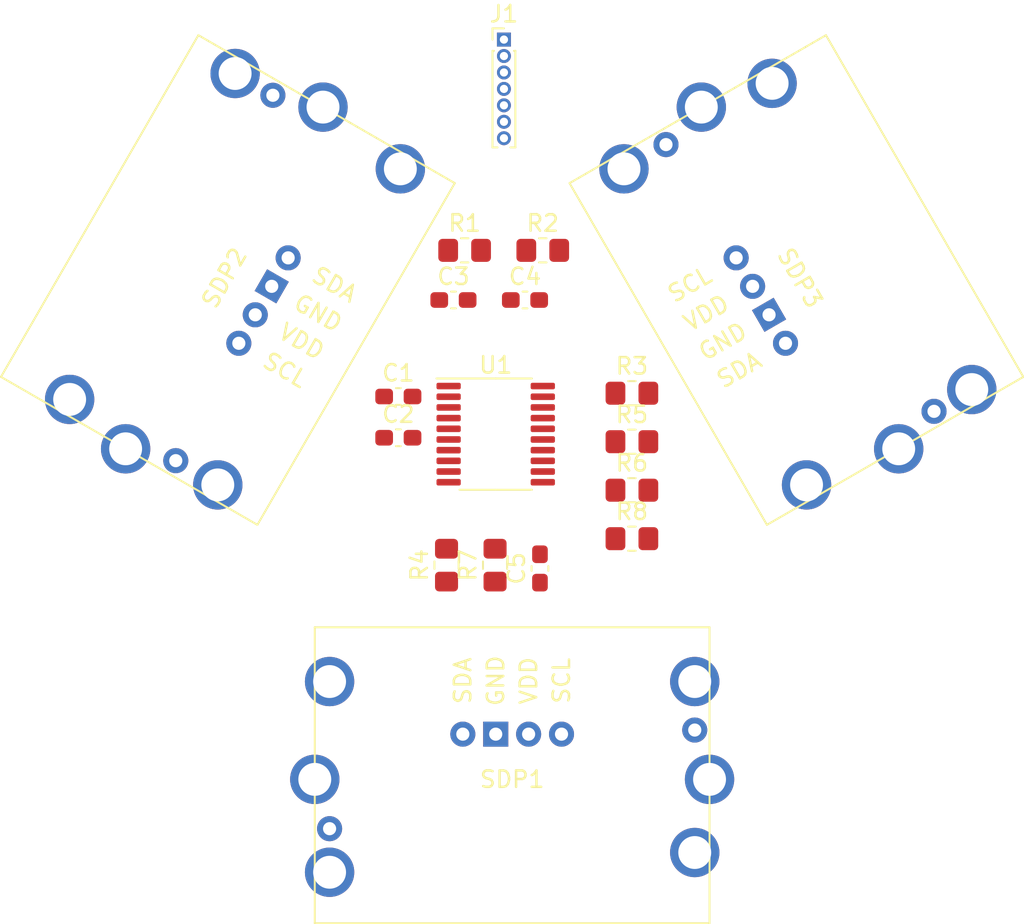
<source format=kicad_pcb>
(kicad_pcb (version 20171130) (host pcbnew 5.1.8)

  (general
    (thickness 1.6)
    (drawings 0)
    (tracks 0)
    (zones 0)
    (modules 18)
    (nets 24)
  )

  (page A4)
  (layers
    (0 F.Cu signal)
    (31 B.Cu signal)
    (32 B.Adhes user)
    (33 F.Adhes user)
    (34 B.Paste user)
    (35 F.Paste user)
    (36 B.SilkS user)
    (37 F.SilkS user)
    (38 B.Mask user)
    (39 F.Mask user)
    (40 Dwgs.User user)
    (41 Cmts.User user)
    (42 Eco1.User user)
    (43 Eco2.User user)
    (44 Edge.Cuts user)
    (45 Margin user)
    (46 B.CrtYd user)
    (47 F.CrtYd user)
    (48 B.Fab user)
    (49 F.Fab user)
  )

  (setup
    (last_trace_width 0.25)
    (trace_clearance 0.2)
    (zone_clearance 0.508)
    (zone_45_only no)
    (trace_min 0.2)
    (via_size 0.8)
    (via_drill 0.4)
    (via_min_size 0.4)
    (via_min_drill 0.3)
    (uvia_size 0.3)
    (uvia_drill 0.1)
    (uvias_allowed no)
    (uvia_min_size 0.2)
    (uvia_min_drill 0.1)
    (edge_width 0.05)
    (segment_width 0.2)
    (pcb_text_width 0.3)
    (pcb_text_size 1.5 1.5)
    (mod_edge_width 0.12)
    (mod_text_size 1 1)
    (mod_text_width 0.15)
    (pad_size 1.524 1.524)
    (pad_drill 0.762)
    (pad_to_mask_clearance 0)
    (aux_axis_origin 0 0)
    (visible_elements FFFFFF7F)
    (pcbplotparams
      (layerselection 0x010fc_ffffffff)
      (usegerberextensions false)
      (usegerberattributes true)
      (usegerberadvancedattributes true)
      (creategerberjobfile true)
      (excludeedgelayer true)
      (linewidth 0.100000)
      (plotframeref false)
      (viasonmask false)
      (mode 1)
      (useauxorigin false)
      (hpglpennumber 1)
      (hpglpenspeed 20)
      (hpglpendiameter 15.000000)
      (psnegative false)
      (psa4output false)
      (plotreference true)
      (plotvalue true)
      (plotinvisibletext false)
      (padsonsilk false)
      (subtractmaskfromsilk false)
      (outputformat 1)
      (mirror false)
      (drillshape 1)
      (scaleselection 1)
      (outputdirectory ""))
  )

  (net 0 "")
  (net 1 NRST)
  (net 2 3v3)
  (net 3 "Net-(J1-Pad5)")
  (net 4 "Net-(J1-Pad4)")
  (net 5 SWDIO)
  (net 6 SWCLK)
  (net 7 GND)
  (net 8 vdda-ext)
  (net 9 3v3_analog)
  (net 10 "Net-(U1-Pad18)")
  (net 11 "Net-(U1-Pad17)")
  (net 12 "Net-(U1-Pad14)")
  (net 13 "Net-(U1-Pad11)")
  (net 14 "Net-(U1-Pad10)")
  (net 15 "Net-(U1-Pad3)")
  (net 16 "Net-(U1-Pad2)")
  (net 17 "Net-(U1-Pad1)")
  (net 18 SDP-SDA1)
  (net 19 SDP-SCL1)
  (net 20 SDP-SDA2)
  (net 21 SDP-SCL2)
  (net 22 SDP-SDA3)
  (net 23 SDP-SCL3)

  (net_class Default "This is the default net class."
    (clearance 0.2)
    (trace_width 0.25)
    (via_dia 0.8)
    (via_drill 0.4)
    (uvia_dia 0.3)
    (uvia_drill 0.1)
    (add_net 3v3)
    (add_net 3v3_analog)
    (add_net GND)
    (add_net NRST)
    (add_net "Net-(J1-Pad4)")
    (add_net "Net-(J1-Pad5)")
    (add_net "Net-(U1-Pad1)")
    (add_net "Net-(U1-Pad10)")
    (add_net "Net-(U1-Pad11)")
    (add_net "Net-(U1-Pad14)")
    (add_net "Net-(U1-Pad17)")
    (add_net "Net-(U1-Pad18)")
    (add_net "Net-(U1-Pad2)")
    (add_net "Net-(U1-Pad3)")
    (add_net SDP-SCL1)
    (add_net SDP-SCL2)
    (add_net SDP-SCL3)
    (add_net SDP-SDA1)
    (add_net SDP-SDA2)
    (add_net SDP-SDA3)
    (add_net SWCLK)
    (add_net SWDIO)
    (add_net vdda-ext)
  )

  (module sdp8xx:sdp8xx (layer F.Cu) (tedit 5FFE0F6B) (tstamp 5FFE84D2)
    (at 80 119 60)
    (path /60063732)
    (fp_text reference SDP2 (at 0 0 60) (layer F.SilkS)
      (effects (font (size 1 1) (thickness 0.15)))
    )
    (fp_text value sdp8xx (at 0 -4.6 60) (layer F.Fab)
      (effects (font (size 1 1) (thickness 0.15)))
    )
    (fp_text user SDA (at 3 6 330) (layer F.SilkS)
      (effects (font (size 1 1) (thickness 0.15)))
    )
    (fp_text user SCL (at -3 6 330) (layer F.SilkS)
      (effects (font (size 1 1) (thickness 0.15)))
    )
    (fp_text user VDD (at -1 6 330) (layer F.SilkS)
      (effects (font (size 1 1) (thickness 0.15)))
    )
    (fp_text user GND (at 1 6 330) (layer F.SilkS)
      (effects (font (size 1 1) (thickness 0.15)))
    )
    (fp_line (start -12 -8.75) (end -12 9.25) (layer F.SilkS) (width 0.12))
    (fp_line (start 12 9.25) (end -12 9.25) (layer F.SilkS) (width 0.12))
    (fp_line (start 12 -8.75) (end 12 9.25) (layer F.SilkS) (width 0.12))
    (fp_line (start -12 -8.75) (end 12 -8.75) (layer F.SilkS) (width 0.12))
    (pad "" np_thru_hole circle (at 12 0 60) (size 3 3) (drill 2) (layers *.Cu *.Mask))
    (pad "" np_thru_hole circle (at -12 0 60) (size 3 3) (drill 2) (layers *.Cu *.Mask))
    (pad "" np_thru_hole circle (at 11.1 5.95 60) (size 3 3) (drill 2) (layers *.Cu *.Mask))
    (pad "" np_thru_hole circle (at 11.1 -5.65 60) (size 3 3) (drill 2) (layers *.Cu *.Mask))
    (pad "" np_thru_hole circle (at 11.1 -3 60) (size 1.524 1.524) (drill 0.8) (layers *.Cu *.Mask))
    (pad "" np_thru_hole circle (at -11.1 5.95 60) (size 3 3) (drill 2) (layers *.Cu *.Mask))
    (pad "" np_thru_hole circle (at -11.1 -4.45 60) (size 3 3) (drill 2) (layers *.Cu *.Mask))
    (pad "" np_thru_hole circle (at -11.1 3 60) (size 1.524 1.524) (drill 0.8) (layers *.Cu *.Mask))
    (pad 2 thru_hole circle (at 3 2.75 60) (size 1.524 1.524) (drill 0.8) (layers *.Cu *.Mask)
      (net 20 SDP-SDA2))
    (pad 3 thru_hole circle (at -3 2.75 60) (size 1.524 1.524) (drill 0.8) (layers *.Cu *.Mask)
      (net 21 SDP-SCL2))
    (pad 1 thru_hole circle (at -1 2.75 60) (size 1.524 1.524) (drill 0.8) (layers *.Cu *.Mask)
      (net 2 3v3))
    (pad 0 thru_hole rect (at 1 2.75 60) (size 1.524 1.524) (drill 0.8) (layers *.Cu *.Mask)
      (net 7 GND))
  )

  (module sdp8xx:sdp8xx (layer F.Cu) (tedit 5FFE0F6B) (tstamp 5FFE7E49)
    (at 97.5 149.5 180)
    (path /6005A6EF)
    (fp_text reference SDP1 (at 0 0) (layer F.SilkS)
      (effects (font (size 1 1) (thickness 0.15)))
    )
    (fp_text value sdp8xx (at 0 -4.6) (layer F.Fab)
      (effects (font (size 1 1) (thickness 0.15)))
    )
    (fp_text user SDA (at 3 6 270) (layer F.SilkS)
      (effects (font (size 1 1) (thickness 0.15)))
    )
    (fp_text user SCL (at -3 6 270) (layer F.SilkS)
      (effects (font (size 1 1) (thickness 0.15)))
    )
    (fp_text user VDD (at -1 6 270) (layer F.SilkS)
      (effects (font (size 1 1) (thickness 0.15)))
    )
    (fp_text user GND (at 1 6 270) (layer F.SilkS)
      (effects (font (size 1 1) (thickness 0.15)))
    )
    (fp_line (start -12 -8.75) (end -12 9.25) (layer F.SilkS) (width 0.12))
    (fp_line (start 12 9.25) (end -12 9.25) (layer F.SilkS) (width 0.12))
    (fp_line (start 12 -8.75) (end 12 9.25) (layer F.SilkS) (width 0.12))
    (fp_line (start -12 -8.75) (end 12 -8.75) (layer F.SilkS) (width 0.12))
    (pad "" np_thru_hole circle (at 12 0 180) (size 3 3) (drill 2) (layers *.Cu *.Mask))
    (pad "" np_thru_hole circle (at -12 0 180) (size 3 3) (drill 2) (layers *.Cu *.Mask))
    (pad "" np_thru_hole circle (at 11.1 5.95 180) (size 3 3) (drill 2) (layers *.Cu *.Mask))
    (pad "" np_thru_hole circle (at 11.1 -5.65 180) (size 3 3) (drill 2) (layers *.Cu *.Mask))
    (pad "" np_thru_hole circle (at 11.1 -3 180) (size 1.524 1.524) (drill 0.8) (layers *.Cu *.Mask))
    (pad "" np_thru_hole circle (at -11.1 5.95 180) (size 3 3) (drill 2) (layers *.Cu *.Mask))
    (pad "" np_thru_hole circle (at -11.1 -4.45 180) (size 3 3) (drill 2) (layers *.Cu *.Mask))
    (pad "" np_thru_hole circle (at -11.1 3 180) (size 1.524 1.524) (drill 0.8) (layers *.Cu *.Mask))
    (pad 2 thru_hole circle (at 3 2.75 180) (size 1.524 1.524) (drill 0.8) (layers *.Cu *.Mask)
      (net 18 SDP-SDA1))
    (pad 3 thru_hole circle (at -3 2.75 180) (size 1.524 1.524) (drill 0.8) (layers *.Cu *.Mask)
      (net 19 SDP-SCL1))
    (pad 1 thru_hole circle (at -1 2.75 180) (size 1.524 1.524) (drill 0.8) (layers *.Cu *.Mask)
      (net 2 3v3))
    (pad 0 thru_hole rect (at 1 2.75 180) (size 1.524 1.524) (drill 0.8) (layers *.Cu *.Mask)
      (net 7 GND))
  )

  (module sdp8xx:sdp8xx (layer F.Cu) (tedit 5FFE0F6B) (tstamp 5FFE874D)
    (at 115 119 300)
    (path /60063DA1)
    (fp_text reference SDP3 (at 0 0 120) (layer F.SilkS)
      (effects (font (size 1 1) (thickness 0.15)))
    )
    (fp_text value sdp8xx (at 0 -4.6 120) (layer F.Fab)
      (effects (font (size 1 1) (thickness 0.15)))
    )
    (fp_text user SDA (at 3 6 210) (layer F.SilkS)
      (effects (font (size 1 1) (thickness 0.15)))
    )
    (fp_text user SCL (at -3 6 210) (layer F.SilkS)
      (effects (font (size 1 1) (thickness 0.15)))
    )
    (fp_text user VDD (at -0.999999 6 210) (layer F.SilkS)
      (effects (font (size 1 1) (thickness 0.15)))
    )
    (fp_text user GND (at 1 5.999999 210) (layer F.SilkS)
      (effects (font (size 1 1) (thickness 0.15)))
    )
    (fp_line (start -12 -8.75) (end -12 9.25) (layer F.SilkS) (width 0.12))
    (fp_line (start 12 9.25) (end -12 9.25) (layer F.SilkS) (width 0.12))
    (fp_line (start 12 -8.75) (end 12 9.25) (layer F.SilkS) (width 0.12))
    (fp_line (start -12 -8.75) (end 12 -8.75) (layer F.SilkS) (width 0.12))
    (pad "" np_thru_hole circle (at 12 0 300) (size 3 3) (drill 2) (layers *.Cu *.Mask))
    (pad "" np_thru_hole circle (at -12 0 300) (size 3 3) (drill 2) (layers *.Cu *.Mask))
    (pad "" np_thru_hole circle (at 11.1 5.95 300) (size 3 3) (drill 2) (layers *.Cu *.Mask))
    (pad "" np_thru_hole circle (at 11.1 -5.65 300) (size 3 3) (drill 2) (layers *.Cu *.Mask))
    (pad "" np_thru_hole circle (at 11.1 -3 300) (size 1.524 1.524) (drill 0.8) (layers *.Cu *.Mask))
    (pad "" np_thru_hole circle (at -11.1 5.95 300) (size 3 3) (drill 2) (layers *.Cu *.Mask))
    (pad "" np_thru_hole circle (at -11.1 -4.45 300) (size 3 3) (drill 2) (layers *.Cu *.Mask))
    (pad "" np_thru_hole circle (at -11.1 3 300) (size 1.524 1.524) (drill 0.8) (layers *.Cu *.Mask))
    (pad 2 thru_hole circle (at 3 2.75 300) (size 1.524 1.524) (drill 0.8) (layers *.Cu *.Mask)
      (net 22 SDP-SDA3))
    (pad 3 thru_hole circle (at -3 2.75 300) (size 1.524 1.524) (drill 0.8) (layers *.Cu *.Mask)
      (net 23 SDP-SCL3))
    (pad 1 thru_hole circle (at -1 2.75 300) (size 1.524 1.524) (drill 0.8) (layers *.Cu *.Mask)
      (net 2 3v3))
    (pad 0 thru_hole rect (at 1 2.75 300) (size 1.524 1.524) (drill 0.8) (layers *.Cu *.Mask)
      (net 7 GND))
  )

  (module Resistor_SMD:R_0805_2012Metric_Pad1.20x1.40mm_HandSolder (layer F.Cu) (tedit 5F68FEEE) (tstamp 5FFE6F7D)
    (at 104.78 134.86)
    (descr "Resistor SMD 0805 (2012 Metric), square (rectangular) end terminal, IPC_7351 nominal with elongated pad for handsoldering. (Body size source: IPC-SM-782 page 72, https://www.pcb-3d.com/wordpress/wp-content/uploads/ipc-sm-782a_amendment_1_and_2.pdf), generated with kicad-footprint-generator")
    (tags "resistor handsolder")
    (path /6003F944)
    (attr smd)
    (fp_text reference R8 (at 0 -1.65) (layer F.SilkS)
      (effects (font (size 1 1) (thickness 0.15)))
    )
    (fp_text value 4.7k (at 0 1.65) (layer F.Fab)
      (effects (font (size 1 1) (thickness 0.15)))
    )
    (fp_line (start -1 0.625) (end -1 -0.625) (layer F.Fab) (width 0.1))
    (fp_line (start -1 -0.625) (end 1 -0.625) (layer F.Fab) (width 0.1))
    (fp_line (start 1 -0.625) (end 1 0.625) (layer F.Fab) (width 0.1))
    (fp_line (start 1 0.625) (end -1 0.625) (layer F.Fab) (width 0.1))
    (fp_line (start -0.227064 -0.735) (end 0.227064 -0.735) (layer F.SilkS) (width 0.12))
    (fp_line (start -0.227064 0.735) (end 0.227064 0.735) (layer F.SilkS) (width 0.12))
    (fp_line (start -1.85 0.95) (end -1.85 -0.95) (layer F.CrtYd) (width 0.05))
    (fp_line (start -1.85 -0.95) (end 1.85 -0.95) (layer F.CrtYd) (width 0.05))
    (fp_line (start 1.85 -0.95) (end 1.85 0.95) (layer F.CrtYd) (width 0.05))
    (fp_line (start 1.85 0.95) (end -1.85 0.95) (layer F.CrtYd) (width 0.05))
    (fp_text user %R (at 0 0) (layer F.Fab)
      (effects (font (size 0.5 0.5) (thickness 0.08)))
    )
    (pad 2 smd roundrect (at 1 0) (size 1.2 1.4) (layers F.Cu F.Paste F.Mask) (roundrect_rratio 0.208333)
      (net 2 3v3))
    (pad 1 smd roundrect (at -1 0) (size 1.2 1.4) (layers F.Cu F.Paste F.Mask) (roundrect_rratio 0.208333)
      (net 18 SDP-SDA1))
    (model ${KISYS3DMOD}/Resistor_SMD.3dshapes/R_0805_2012Metric.wrl
      (at (xyz 0 0 0))
      (scale (xyz 1 1 1))
      (rotate (xyz 0 0 0))
    )
  )

  (module Resistor_SMD:R_0805_2012Metric_Pad1.20x1.40mm_HandSolder (layer F.Cu) (tedit 5F68FEEE) (tstamp 5FFE6F6C)
    (at 96.46 136.47 90)
    (descr "Resistor SMD 0805 (2012 Metric), square (rectangular) end terminal, IPC_7351 nominal with elongated pad for handsoldering. (Body size source: IPC-SM-782 page 72, https://www.pcb-3d.com/wordpress/wp-content/uploads/ipc-sm-782a_amendment_1_and_2.pdf), generated with kicad-footprint-generator")
    (tags "resistor handsolder")
    (path /6003F5C1)
    (attr smd)
    (fp_text reference R7 (at 0 -1.65 90) (layer F.SilkS)
      (effects (font (size 1 1) (thickness 0.15)))
    )
    (fp_text value 4.7k (at 0 1.65 90) (layer F.Fab)
      (effects (font (size 1 1) (thickness 0.15)))
    )
    (fp_line (start -1 0.625) (end -1 -0.625) (layer F.Fab) (width 0.1))
    (fp_line (start -1 -0.625) (end 1 -0.625) (layer F.Fab) (width 0.1))
    (fp_line (start 1 -0.625) (end 1 0.625) (layer F.Fab) (width 0.1))
    (fp_line (start 1 0.625) (end -1 0.625) (layer F.Fab) (width 0.1))
    (fp_line (start -0.227064 -0.735) (end 0.227064 -0.735) (layer F.SilkS) (width 0.12))
    (fp_line (start -0.227064 0.735) (end 0.227064 0.735) (layer F.SilkS) (width 0.12))
    (fp_line (start -1.85 0.95) (end -1.85 -0.95) (layer F.CrtYd) (width 0.05))
    (fp_line (start -1.85 -0.95) (end 1.85 -0.95) (layer F.CrtYd) (width 0.05))
    (fp_line (start 1.85 -0.95) (end 1.85 0.95) (layer F.CrtYd) (width 0.05))
    (fp_line (start 1.85 0.95) (end -1.85 0.95) (layer F.CrtYd) (width 0.05))
    (fp_text user %R (at 0 0 90) (layer F.Fab)
      (effects (font (size 0.5 0.5) (thickness 0.08)))
    )
    (pad 2 smd roundrect (at 1 0 90) (size 1.2 1.4) (layers F.Cu F.Paste F.Mask) (roundrect_rratio 0.208333)
      (net 2 3v3))
    (pad 1 smd roundrect (at -1 0 90) (size 1.2 1.4) (layers F.Cu F.Paste F.Mask) (roundrect_rratio 0.208333)
      (net 19 SDP-SCL1))
    (model ${KISYS3DMOD}/Resistor_SMD.3dshapes/R_0805_2012Metric.wrl
      (at (xyz 0 0 0))
      (scale (xyz 1 1 1))
      (rotate (xyz 0 0 0))
    )
  )

  (module Resistor_SMD:R_0805_2012Metric_Pad1.20x1.40mm_HandSolder (layer F.Cu) (tedit 5F68FEEE) (tstamp 5FFE6F5B)
    (at 104.78 131.91)
    (descr "Resistor SMD 0805 (2012 Metric), square (rectangular) end terminal, IPC_7351 nominal with elongated pad for handsoldering. (Body size source: IPC-SM-782 page 72, https://www.pcb-3d.com/wordpress/wp-content/uploads/ipc-sm-782a_amendment_1_and_2.pdf), generated with kicad-footprint-generator")
    (tags "resistor handsolder")
    (path /6003F333)
    (attr smd)
    (fp_text reference R6 (at 0 -1.65) (layer F.SilkS)
      (effects (font (size 1 1) (thickness 0.15)))
    )
    (fp_text value 4.7k (at 0 1.65) (layer F.Fab)
      (effects (font (size 1 1) (thickness 0.15)))
    )
    (fp_line (start -1 0.625) (end -1 -0.625) (layer F.Fab) (width 0.1))
    (fp_line (start -1 -0.625) (end 1 -0.625) (layer F.Fab) (width 0.1))
    (fp_line (start 1 -0.625) (end 1 0.625) (layer F.Fab) (width 0.1))
    (fp_line (start 1 0.625) (end -1 0.625) (layer F.Fab) (width 0.1))
    (fp_line (start -0.227064 -0.735) (end 0.227064 -0.735) (layer F.SilkS) (width 0.12))
    (fp_line (start -0.227064 0.735) (end 0.227064 0.735) (layer F.SilkS) (width 0.12))
    (fp_line (start -1.85 0.95) (end -1.85 -0.95) (layer F.CrtYd) (width 0.05))
    (fp_line (start -1.85 -0.95) (end 1.85 -0.95) (layer F.CrtYd) (width 0.05))
    (fp_line (start 1.85 -0.95) (end 1.85 0.95) (layer F.CrtYd) (width 0.05))
    (fp_line (start 1.85 0.95) (end -1.85 0.95) (layer F.CrtYd) (width 0.05))
    (fp_text user %R (at 0 0) (layer F.Fab)
      (effects (font (size 0.5 0.5) (thickness 0.08)))
    )
    (pad 2 smd roundrect (at 1 0) (size 1.2 1.4) (layers F.Cu F.Paste F.Mask) (roundrect_rratio 0.208333)
      (net 2 3v3))
    (pad 1 smd roundrect (at -1 0) (size 1.2 1.4) (layers F.Cu F.Paste F.Mask) (roundrect_rratio 0.208333)
      (net 20 SDP-SDA2))
    (model ${KISYS3DMOD}/Resistor_SMD.3dshapes/R_0805_2012Metric.wrl
      (at (xyz 0 0 0))
      (scale (xyz 1 1 1))
      (rotate (xyz 0 0 0))
    )
  )

  (module Resistor_SMD:R_0805_2012Metric_Pad1.20x1.40mm_HandSolder (layer F.Cu) (tedit 5F68FEEE) (tstamp 5FFE6F4A)
    (at 104.78 128.96)
    (descr "Resistor SMD 0805 (2012 Metric), square (rectangular) end terminal, IPC_7351 nominal with elongated pad for handsoldering. (Body size source: IPC-SM-782 page 72, https://www.pcb-3d.com/wordpress/wp-content/uploads/ipc-sm-782a_amendment_1_and_2.pdf), generated with kicad-footprint-generator")
    (tags "resistor handsolder")
    (path /6003EFA7)
    (attr smd)
    (fp_text reference R5 (at 0 -1.65) (layer F.SilkS)
      (effects (font (size 1 1) (thickness 0.15)))
    )
    (fp_text value 4.7k (at 0 1.65) (layer F.Fab)
      (effects (font (size 1 1) (thickness 0.15)))
    )
    (fp_line (start -1 0.625) (end -1 -0.625) (layer F.Fab) (width 0.1))
    (fp_line (start -1 -0.625) (end 1 -0.625) (layer F.Fab) (width 0.1))
    (fp_line (start 1 -0.625) (end 1 0.625) (layer F.Fab) (width 0.1))
    (fp_line (start 1 0.625) (end -1 0.625) (layer F.Fab) (width 0.1))
    (fp_line (start -0.227064 -0.735) (end 0.227064 -0.735) (layer F.SilkS) (width 0.12))
    (fp_line (start -0.227064 0.735) (end 0.227064 0.735) (layer F.SilkS) (width 0.12))
    (fp_line (start -1.85 0.95) (end -1.85 -0.95) (layer F.CrtYd) (width 0.05))
    (fp_line (start -1.85 -0.95) (end 1.85 -0.95) (layer F.CrtYd) (width 0.05))
    (fp_line (start 1.85 -0.95) (end 1.85 0.95) (layer F.CrtYd) (width 0.05))
    (fp_line (start 1.85 0.95) (end -1.85 0.95) (layer F.CrtYd) (width 0.05))
    (fp_text user %R (at 0 0) (layer F.Fab)
      (effects (font (size 0.5 0.5) (thickness 0.08)))
    )
    (pad 2 smd roundrect (at 1 0) (size 1.2 1.4) (layers F.Cu F.Paste F.Mask) (roundrect_rratio 0.208333)
      (net 2 3v3))
    (pad 1 smd roundrect (at -1 0) (size 1.2 1.4) (layers F.Cu F.Paste F.Mask) (roundrect_rratio 0.208333)
      (net 21 SDP-SCL2))
    (model ${KISYS3DMOD}/Resistor_SMD.3dshapes/R_0805_2012Metric.wrl
      (at (xyz 0 0 0))
      (scale (xyz 1 1 1))
      (rotate (xyz 0 0 0))
    )
  )

  (module Resistor_SMD:R_0805_2012Metric_Pad1.20x1.40mm_HandSolder (layer F.Cu) (tedit 5F68FEEE) (tstamp 5FFE6F39)
    (at 93.51 136.47 90)
    (descr "Resistor SMD 0805 (2012 Metric), square (rectangular) end terminal, IPC_7351 nominal with elongated pad for handsoldering. (Body size source: IPC-SM-782 page 72, https://www.pcb-3d.com/wordpress/wp-content/uploads/ipc-sm-782a_amendment_1_and_2.pdf), generated with kicad-footprint-generator")
    (tags "resistor handsolder")
    (path /6003EC54)
    (attr smd)
    (fp_text reference R4 (at 0 -1.65 90) (layer F.SilkS)
      (effects (font (size 1 1) (thickness 0.15)))
    )
    (fp_text value 4.7k (at 0 1.65 90) (layer F.Fab)
      (effects (font (size 1 1) (thickness 0.15)))
    )
    (fp_line (start -1 0.625) (end -1 -0.625) (layer F.Fab) (width 0.1))
    (fp_line (start -1 -0.625) (end 1 -0.625) (layer F.Fab) (width 0.1))
    (fp_line (start 1 -0.625) (end 1 0.625) (layer F.Fab) (width 0.1))
    (fp_line (start 1 0.625) (end -1 0.625) (layer F.Fab) (width 0.1))
    (fp_line (start -0.227064 -0.735) (end 0.227064 -0.735) (layer F.SilkS) (width 0.12))
    (fp_line (start -0.227064 0.735) (end 0.227064 0.735) (layer F.SilkS) (width 0.12))
    (fp_line (start -1.85 0.95) (end -1.85 -0.95) (layer F.CrtYd) (width 0.05))
    (fp_line (start -1.85 -0.95) (end 1.85 -0.95) (layer F.CrtYd) (width 0.05))
    (fp_line (start 1.85 -0.95) (end 1.85 0.95) (layer F.CrtYd) (width 0.05))
    (fp_line (start 1.85 0.95) (end -1.85 0.95) (layer F.CrtYd) (width 0.05))
    (fp_text user %R (at 0 0 90) (layer F.Fab)
      (effects (font (size 0.5 0.5) (thickness 0.08)))
    )
    (pad 2 smd roundrect (at 1 0 90) (size 1.2 1.4) (layers F.Cu F.Paste F.Mask) (roundrect_rratio 0.208333)
      (net 2 3v3))
    (pad 1 smd roundrect (at -1 0 90) (size 1.2 1.4) (layers F.Cu F.Paste F.Mask) (roundrect_rratio 0.208333)
      (net 22 SDP-SDA3))
    (model ${KISYS3DMOD}/Resistor_SMD.3dshapes/R_0805_2012Metric.wrl
      (at (xyz 0 0 0))
      (scale (xyz 1 1 1))
      (rotate (xyz 0 0 0))
    )
  )

  (module Resistor_SMD:R_0805_2012Metric_Pad1.20x1.40mm_HandSolder (layer F.Cu) (tedit 5F68FEEE) (tstamp 5FFE6F28)
    (at 104.78 126.01)
    (descr "Resistor SMD 0805 (2012 Metric), square (rectangular) end terminal, IPC_7351 nominal with elongated pad for handsoldering. (Body size source: IPC-SM-782 page 72, https://www.pcb-3d.com/wordpress/wp-content/uploads/ipc-sm-782a_amendment_1_and_2.pdf), generated with kicad-footprint-generator")
    (tags "resistor handsolder")
    (path /6003D818)
    (attr smd)
    (fp_text reference R3 (at 0 -1.65) (layer F.SilkS)
      (effects (font (size 1 1) (thickness 0.15)))
    )
    (fp_text value 4.7k (at 0 1.65) (layer F.Fab)
      (effects (font (size 1 1) (thickness 0.15)))
    )
    (fp_line (start -1 0.625) (end -1 -0.625) (layer F.Fab) (width 0.1))
    (fp_line (start -1 -0.625) (end 1 -0.625) (layer F.Fab) (width 0.1))
    (fp_line (start 1 -0.625) (end 1 0.625) (layer F.Fab) (width 0.1))
    (fp_line (start 1 0.625) (end -1 0.625) (layer F.Fab) (width 0.1))
    (fp_line (start -0.227064 -0.735) (end 0.227064 -0.735) (layer F.SilkS) (width 0.12))
    (fp_line (start -0.227064 0.735) (end 0.227064 0.735) (layer F.SilkS) (width 0.12))
    (fp_line (start -1.85 0.95) (end -1.85 -0.95) (layer F.CrtYd) (width 0.05))
    (fp_line (start -1.85 -0.95) (end 1.85 -0.95) (layer F.CrtYd) (width 0.05))
    (fp_line (start 1.85 -0.95) (end 1.85 0.95) (layer F.CrtYd) (width 0.05))
    (fp_line (start 1.85 0.95) (end -1.85 0.95) (layer F.CrtYd) (width 0.05))
    (fp_text user %R (at 0 0) (layer F.Fab)
      (effects (font (size 0.5 0.5) (thickness 0.08)))
    )
    (pad 2 smd roundrect (at 1 0) (size 1.2 1.4) (layers F.Cu F.Paste F.Mask) (roundrect_rratio 0.208333)
      (net 2 3v3))
    (pad 1 smd roundrect (at -1 0) (size 1.2 1.4) (layers F.Cu F.Paste F.Mask) (roundrect_rratio 0.208333)
      (net 23 SDP-SCL3))
    (model ${KISYS3DMOD}/Resistor_SMD.3dshapes/R_0805_2012Metric.wrl
      (at (xyz 0 0 0))
      (scale (xyz 1 1 1))
      (rotate (xyz 0 0 0))
    )
  )

  (module Capacitor_SMD:C_0603_1608Metric_Pad1.08x0.95mm_HandSolder (layer F.Cu) (tedit 5F68FEEF) (tstamp 5FFE6E57)
    (at 99.19 136.67 90)
    (descr "Capacitor SMD 0603 (1608 Metric), square (rectangular) end terminal, IPC_7351 nominal with elongated pad for handsoldering. (Body size source: IPC-SM-782 page 76, https://www.pcb-3d.com/wordpress/wp-content/uploads/ipc-sm-782a_amendment_1_and_2.pdf), generated with kicad-footprint-generator")
    (tags "capacitor handsolder")
    (path /5FFF1D6A)
    (attr smd)
    (fp_text reference C5 (at 0 -1.43 90) (layer F.SilkS)
      (effects (font (size 1 1) (thickness 0.15)))
    )
    (fp_text value 1u (at 0 1.43 90) (layer F.Fab)
      (effects (font (size 1 1) (thickness 0.15)))
    )
    (fp_line (start -0.8 0.4) (end -0.8 -0.4) (layer F.Fab) (width 0.1))
    (fp_line (start -0.8 -0.4) (end 0.8 -0.4) (layer F.Fab) (width 0.1))
    (fp_line (start 0.8 -0.4) (end 0.8 0.4) (layer F.Fab) (width 0.1))
    (fp_line (start 0.8 0.4) (end -0.8 0.4) (layer F.Fab) (width 0.1))
    (fp_line (start -0.146267 -0.51) (end 0.146267 -0.51) (layer F.SilkS) (width 0.12))
    (fp_line (start -0.146267 0.51) (end 0.146267 0.51) (layer F.SilkS) (width 0.12))
    (fp_line (start -1.65 0.73) (end -1.65 -0.73) (layer F.CrtYd) (width 0.05))
    (fp_line (start -1.65 -0.73) (end 1.65 -0.73) (layer F.CrtYd) (width 0.05))
    (fp_line (start 1.65 -0.73) (end 1.65 0.73) (layer F.CrtYd) (width 0.05))
    (fp_line (start 1.65 0.73) (end -1.65 0.73) (layer F.CrtYd) (width 0.05))
    (fp_text user %R (at 0 0 90) (layer F.Fab)
      (effects (font (size 0.4 0.4) (thickness 0.06)))
    )
    (pad 2 smd roundrect (at 0.8625 0 90) (size 1.075 0.95) (layers F.Cu F.Paste F.Mask) (roundrect_rratio 0.25)
      (net 7 GND))
    (pad 1 smd roundrect (at -0.8625 0 90) (size 1.075 0.95) (layers F.Cu F.Paste F.Mask) (roundrect_rratio 0.25)
      (net 9 3v3_analog))
    (model ${KISYS3DMOD}/Capacitor_SMD.3dshapes/C_0603_1608Metric.wrl
      (at (xyz 0 0 0))
      (scale (xyz 1 1 1))
      (rotate (xyz 0 0 0))
    )
  )

  (module Capacitor_SMD:C_0603_1608Metric_Pad1.08x0.95mm_HandSolder (layer F.Cu) (tedit 5F68FEEF) (tstamp 5FFE6E46)
    (at 98.28 120.34)
    (descr "Capacitor SMD 0603 (1608 Metric), square (rectangular) end terminal, IPC_7351 nominal with elongated pad for handsoldering. (Body size source: IPC-SM-782 page 76, https://www.pcb-3d.com/wordpress/wp-content/uploads/ipc-sm-782a_amendment_1_and_2.pdf), generated with kicad-footprint-generator")
    (tags "capacitor handsolder")
    (path /5FFF1930)
    (attr smd)
    (fp_text reference C4 (at 0 -1.43) (layer F.SilkS)
      (effects (font (size 1 1) (thickness 0.15)))
    )
    (fp_text value 10n (at 0 1.43) (layer F.Fab)
      (effects (font (size 1 1) (thickness 0.15)))
    )
    (fp_line (start -0.8 0.4) (end -0.8 -0.4) (layer F.Fab) (width 0.1))
    (fp_line (start -0.8 -0.4) (end 0.8 -0.4) (layer F.Fab) (width 0.1))
    (fp_line (start 0.8 -0.4) (end 0.8 0.4) (layer F.Fab) (width 0.1))
    (fp_line (start 0.8 0.4) (end -0.8 0.4) (layer F.Fab) (width 0.1))
    (fp_line (start -0.146267 -0.51) (end 0.146267 -0.51) (layer F.SilkS) (width 0.12))
    (fp_line (start -0.146267 0.51) (end 0.146267 0.51) (layer F.SilkS) (width 0.12))
    (fp_line (start -1.65 0.73) (end -1.65 -0.73) (layer F.CrtYd) (width 0.05))
    (fp_line (start -1.65 -0.73) (end 1.65 -0.73) (layer F.CrtYd) (width 0.05))
    (fp_line (start 1.65 -0.73) (end 1.65 0.73) (layer F.CrtYd) (width 0.05))
    (fp_line (start 1.65 0.73) (end -1.65 0.73) (layer F.CrtYd) (width 0.05))
    (fp_text user %R (at 0 0) (layer F.Fab)
      (effects (font (size 0.4 0.4) (thickness 0.06)))
    )
    (pad 2 smd roundrect (at 0.8625 0) (size 1.075 0.95) (layers F.Cu F.Paste F.Mask) (roundrect_rratio 0.25)
      (net 7 GND))
    (pad 1 smd roundrect (at -0.8625 0) (size 1.075 0.95) (layers F.Cu F.Paste F.Mask) (roundrect_rratio 0.25)
      (net 9 3v3_analog))
    (model ${KISYS3DMOD}/Capacitor_SMD.3dshapes/C_0603_1608Metric.wrl
      (at (xyz 0 0 0))
      (scale (xyz 1 1 1))
      (rotate (xyz 0 0 0))
    )
  )

  (module Capacitor_SMD:C_0603_1608Metric_Pad1.08x0.95mm_HandSolder (layer F.Cu) (tedit 5F68FEEF) (tstamp 5FFE6E35)
    (at 93.93 120.34)
    (descr "Capacitor SMD 0603 (1608 Metric), square (rectangular) end terminal, IPC_7351 nominal with elongated pad for handsoldering. (Body size source: IPC-SM-782 page 76, https://www.pcb-3d.com/wordpress/wp-content/uploads/ipc-sm-782a_amendment_1_and_2.pdf), generated with kicad-footprint-generator")
    (tags "capacitor handsolder")
    (path /5FFF1545)
    (attr smd)
    (fp_text reference C3 (at 0 -1.43) (layer F.SilkS)
      (effects (font (size 1 1) (thickness 0.15)))
    )
    (fp_text value 4.7u (at 0 1.43) (layer F.Fab)
      (effects (font (size 1 1) (thickness 0.15)))
    )
    (fp_line (start -0.8 0.4) (end -0.8 -0.4) (layer F.Fab) (width 0.1))
    (fp_line (start -0.8 -0.4) (end 0.8 -0.4) (layer F.Fab) (width 0.1))
    (fp_line (start 0.8 -0.4) (end 0.8 0.4) (layer F.Fab) (width 0.1))
    (fp_line (start 0.8 0.4) (end -0.8 0.4) (layer F.Fab) (width 0.1))
    (fp_line (start -0.146267 -0.51) (end 0.146267 -0.51) (layer F.SilkS) (width 0.12))
    (fp_line (start -0.146267 0.51) (end 0.146267 0.51) (layer F.SilkS) (width 0.12))
    (fp_line (start -1.65 0.73) (end -1.65 -0.73) (layer F.CrtYd) (width 0.05))
    (fp_line (start -1.65 -0.73) (end 1.65 -0.73) (layer F.CrtYd) (width 0.05))
    (fp_line (start 1.65 -0.73) (end 1.65 0.73) (layer F.CrtYd) (width 0.05))
    (fp_line (start 1.65 0.73) (end -1.65 0.73) (layer F.CrtYd) (width 0.05))
    (fp_text user %R (at 0 0) (layer F.Fab)
      (effects (font (size 0.4 0.4) (thickness 0.06)))
    )
    (pad 2 smd roundrect (at 0.8625 0) (size 1.075 0.95) (layers F.Cu F.Paste F.Mask) (roundrect_rratio 0.25)
      (net 7 GND))
    (pad 1 smd roundrect (at -0.8625 0) (size 1.075 0.95) (layers F.Cu F.Paste F.Mask) (roundrect_rratio 0.25)
      (net 2 3v3))
    (model ${KISYS3DMOD}/Capacitor_SMD.3dshapes/C_0603_1608Metric.wrl
      (at (xyz 0 0 0))
      (scale (xyz 1 1 1))
      (rotate (xyz 0 0 0))
    )
  )

  (module Connector_PinHeader_1.00mm:PinHeader_1x07_P1.00mm_Vertical (layer F.Cu) (tedit 59FED738) (tstamp 5FFE6414)
    (at 97 104.5)
    (descr "Through hole straight pin header, 1x07, 1.00mm pitch, single row")
    (tags "Through hole pin header THT 1x07 1.00mm single row")
    (path /6000EB55)
    (fp_text reference J1 (at 0 -1.56) (layer F.SilkS)
      (effects (font (size 1 1) (thickness 0.15)))
    )
    (fp_text value debug (at 0 7.56) (layer F.Fab)
      (effects (font (size 1 1) (thickness 0.15)))
    )
    (fp_line (start -0.3175 -0.5) (end 0.635 -0.5) (layer F.Fab) (width 0.1))
    (fp_line (start 0.635 -0.5) (end 0.635 6.5) (layer F.Fab) (width 0.1))
    (fp_line (start 0.635 6.5) (end -0.635 6.5) (layer F.Fab) (width 0.1))
    (fp_line (start -0.635 6.5) (end -0.635 -0.1825) (layer F.Fab) (width 0.1))
    (fp_line (start -0.635 -0.1825) (end -0.3175 -0.5) (layer F.Fab) (width 0.1))
    (fp_line (start -0.695 6.56) (end -0.394493 6.56) (layer F.SilkS) (width 0.12))
    (fp_line (start 0.394493 6.56) (end 0.695 6.56) (layer F.SilkS) (width 0.12))
    (fp_line (start -0.695 0.685) (end -0.695 6.56) (layer F.SilkS) (width 0.12))
    (fp_line (start 0.695 0.685) (end 0.695 6.56) (layer F.SilkS) (width 0.12))
    (fp_line (start -0.695 0.685) (end -0.608276 0.685) (layer F.SilkS) (width 0.12))
    (fp_line (start 0.608276 0.685) (end 0.695 0.685) (layer F.SilkS) (width 0.12))
    (fp_line (start -0.695 0) (end -0.695 -0.685) (layer F.SilkS) (width 0.12))
    (fp_line (start -0.695 -0.685) (end 0 -0.685) (layer F.SilkS) (width 0.12))
    (fp_line (start -1.15 -1) (end -1.15 7) (layer F.CrtYd) (width 0.05))
    (fp_line (start -1.15 7) (end 1.15 7) (layer F.CrtYd) (width 0.05))
    (fp_line (start 1.15 7) (end 1.15 -1) (layer F.CrtYd) (width 0.05))
    (fp_line (start 1.15 -1) (end -1.15 -1) (layer F.CrtYd) (width 0.05))
    (fp_text user %R (at 0 3 90) (layer F.Fab)
      (effects (font (size 0.76 0.76) (thickness 0.114)))
    )
    (pad 7 thru_hole oval (at 0 6) (size 0.85 0.85) (drill 0.5) (layers *.Cu *.Mask)
      (net 1 NRST))
    (pad 6 thru_hole oval (at 0 5) (size 0.85 0.85) (drill 0.5) (layers *.Cu *.Mask)
      (net 2 3v3))
    (pad 5 thru_hole oval (at 0 4) (size 0.85 0.85) (drill 0.5) (layers *.Cu *.Mask)
      (net 3 "Net-(J1-Pad5)"))
    (pad 4 thru_hole oval (at 0 3) (size 0.85 0.85) (drill 0.5) (layers *.Cu *.Mask)
      (net 4 "Net-(J1-Pad4)"))
    (pad 3 thru_hole oval (at 0 2) (size 0.85 0.85) (drill 0.5) (layers *.Cu *.Mask)
      (net 5 SWDIO))
    (pad 2 thru_hole oval (at 0 1) (size 0.85 0.85) (drill 0.5) (layers *.Cu *.Mask)
      (net 6 SWCLK))
    (pad 1 thru_hole rect (at 0 0) (size 0.85 0.85) (drill 0.5) (layers *.Cu *.Mask)
      (net 7 GND))
    (model ${KISYS3DMOD}/Connector_PinHeader_1.00mm.3dshapes/PinHeader_1x07_P1.00mm_Vertical.wrl
      (at (xyz 0 0 0))
      (scale (xyz 1 1 1))
      (rotate (xyz 0 0 0))
    )
  )

  (module Capacitor_SMD:C_0603_1608Metric_Pad1.08x0.95mm_HandSolder (layer F.Cu) (tedit 5F68FEEF) (tstamp 5FFE6640)
    (at 90.58 128.72)
    (descr "Capacitor SMD 0603 (1608 Metric), square (rectangular) end terminal, IPC_7351 nominal with elongated pad for handsoldering. (Body size source: IPC-SM-782 page 76, https://www.pcb-3d.com/wordpress/wp-content/uploads/ipc-sm-782a_amendment_1_and_2.pdf), generated with kicad-footprint-generator")
    (tags "capacitor handsolder")
    (path /5FFEB718)
    (attr smd)
    (fp_text reference C2 (at 0 -1.43) (layer F.SilkS)
      (effects (font (size 1 1) (thickness 0.15)))
    )
    (fp_text value 100n (at 0 1.43) (layer F.Fab)
      (effects (font (size 1 1) (thickness 0.15)))
    )
    (fp_line (start -0.8 0.4) (end -0.8 -0.4) (layer F.Fab) (width 0.1))
    (fp_line (start -0.8 -0.4) (end 0.8 -0.4) (layer F.Fab) (width 0.1))
    (fp_line (start 0.8 -0.4) (end 0.8 0.4) (layer F.Fab) (width 0.1))
    (fp_line (start 0.8 0.4) (end -0.8 0.4) (layer F.Fab) (width 0.1))
    (fp_line (start -0.146267 -0.51) (end 0.146267 -0.51) (layer F.SilkS) (width 0.12))
    (fp_line (start -0.146267 0.51) (end 0.146267 0.51) (layer F.SilkS) (width 0.12))
    (fp_line (start -1.65 0.73) (end -1.65 -0.73) (layer F.CrtYd) (width 0.05))
    (fp_line (start -1.65 -0.73) (end 1.65 -0.73) (layer F.CrtYd) (width 0.05))
    (fp_line (start 1.65 -0.73) (end 1.65 0.73) (layer F.CrtYd) (width 0.05))
    (fp_line (start 1.65 0.73) (end -1.65 0.73) (layer F.CrtYd) (width 0.05))
    (fp_text user %R (at 0 0) (layer F.Fab)
      (effects (font (size 0.4 0.4) (thickness 0.06)))
    )
    (pad 2 smd roundrect (at 0.8625 0) (size 1.075 0.95) (layers F.Cu F.Paste F.Mask) (roundrect_rratio 0.25)
      (net 7 GND))
    (pad 1 smd roundrect (at -0.8625 0) (size 1.075 0.95) (layers F.Cu F.Paste F.Mask) (roundrect_rratio 0.25)
      (net 1 NRST))
    (model ${KISYS3DMOD}/Capacitor_SMD.3dshapes/C_0603_1608Metric.wrl
      (at (xyz 0 0 0))
      (scale (xyz 1 1 1))
      (rotate (xyz 0 0 0))
    )
  )

  (module Capacitor_SMD:C_0603_1608Metric_Pad1.08x0.95mm_HandSolder (layer F.Cu) (tedit 5F68FEEF) (tstamp 5FFE662F)
    (at 90.58 126.21)
    (descr "Capacitor SMD 0603 (1608 Metric), square (rectangular) end terminal, IPC_7351 nominal with elongated pad for handsoldering. (Body size source: IPC-SM-782 page 76, https://www.pcb-3d.com/wordpress/wp-content/uploads/ipc-sm-782a_amendment_1_and_2.pdf), generated with kicad-footprint-generator")
    (tags "capacitor handsolder")
    (path /5FFF111A)
    (attr smd)
    (fp_text reference C1 (at 0 -1.43) (layer F.SilkS)
      (effects (font (size 1 1) (thickness 0.15)))
    )
    (fp_text value 100n (at 0 1.43) (layer F.Fab)
      (effects (font (size 1 1) (thickness 0.15)))
    )
    (fp_line (start -0.8 0.4) (end -0.8 -0.4) (layer F.Fab) (width 0.1))
    (fp_line (start -0.8 -0.4) (end 0.8 -0.4) (layer F.Fab) (width 0.1))
    (fp_line (start 0.8 -0.4) (end 0.8 0.4) (layer F.Fab) (width 0.1))
    (fp_line (start 0.8 0.4) (end -0.8 0.4) (layer F.Fab) (width 0.1))
    (fp_line (start -0.146267 -0.51) (end 0.146267 -0.51) (layer F.SilkS) (width 0.12))
    (fp_line (start -0.146267 0.51) (end 0.146267 0.51) (layer F.SilkS) (width 0.12))
    (fp_line (start -1.65 0.73) (end -1.65 -0.73) (layer F.CrtYd) (width 0.05))
    (fp_line (start -1.65 -0.73) (end 1.65 -0.73) (layer F.CrtYd) (width 0.05))
    (fp_line (start 1.65 -0.73) (end 1.65 0.73) (layer F.CrtYd) (width 0.05))
    (fp_line (start 1.65 0.73) (end -1.65 0.73) (layer F.CrtYd) (width 0.05))
    (fp_text user %R (at 0 0) (layer F.Fab)
      (effects (font (size 0.4 0.4) (thickness 0.06)))
    )
    (pad 2 smd roundrect (at 0.8625 0) (size 1.075 0.95) (layers F.Cu F.Paste F.Mask) (roundrect_rratio 0.25)
      (net 7 GND))
    (pad 1 smd roundrect (at -0.8625 0) (size 1.075 0.95) (layers F.Cu F.Paste F.Mask) (roundrect_rratio 0.25)
      (net 2 3v3))
    (model ${KISYS3DMOD}/Capacitor_SMD.3dshapes/C_0603_1608Metric.wrl
      (at (xyz 0 0 0))
      (scale (xyz 1 1 1))
      (rotate (xyz 0 0 0))
    )
  )

  (module Package_SO:TSSOP-20_4.4x6.5mm_P0.65mm (layer F.Cu) (tedit 5E476F32) (tstamp 5FFE645C)
    (at 96.5 128.5)
    (descr "TSSOP, 20 Pin (JEDEC MO-153 Var AC https://www.jedec.org/document_search?search_api_views_fulltext=MO-153), generated with kicad-footprint-generator ipc_gullwing_generator.py")
    (tags "TSSOP SO")
    (path /5FFEA051)
    (attr smd)
    (fp_text reference U1 (at 0 -4.2) (layer F.SilkS)
      (effects (font (size 1 1) (thickness 0.15)))
    )
    (fp_text value STM32F042F6Px (at 0 4.2) (layer F.Fab)
      (effects (font (size 1 1) (thickness 0.15)))
    )
    (fp_line (start 0 3.385) (end 2.2 3.385) (layer F.SilkS) (width 0.12))
    (fp_line (start 0 3.385) (end -2.2 3.385) (layer F.SilkS) (width 0.12))
    (fp_line (start 0 -3.385) (end 2.2 -3.385) (layer F.SilkS) (width 0.12))
    (fp_line (start 0 -3.385) (end -3.6 -3.385) (layer F.SilkS) (width 0.12))
    (fp_line (start -1.2 -3.25) (end 2.2 -3.25) (layer F.Fab) (width 0.1))
    (fp_line (start 2.2 -3.25) (end 2.2 3.25) (layer F.Fab) (width 0.1))
    (fp_line (start 2.2 3.25) (end -2.2 3.25) (layer F.Fab) (width 0.1))
    (fp_line (start -2.2 3.25) (end -2.2 -2.25) (layer F.Fab) (width 0.1))
    (fp_line (start -2.2 -2.25) (end -1.2 -3.25) (layer F.Fab) (width 0.1))
    (fp_line (start -3.85 -3.5) (end -3.85 3.5) (layer F.CrtYd) (width 0.05))
    (fp_line (start -3.85 3.5) (end 3.85 3.5) (layer F.CrtYd) (width 0.05))
    (fp_line (start 3.85 3.5) (end 3.85 -3.5) (layer F.CrtYd) (width 0.05))
    (fp_line (start 3.85 -3.5) (end -3.85 -3.5) (layer F.CrtYd) (width 0.05))
    (fp_text user %R (at 0 0) (layer F.Fab)
      (effects (font (size 1 1) (thickness 0.15)))
    )
    (pad 20 smd roundrect (at 2.8625 -2.925) (size 1.475 0.4) (layers F.Cu F.Paste F.Mask) (roundrect_rratio 0.25)
      (net 6 SWCLK))
    (pad 19 smd roundrect (at 2.8625 -2.275) (size 1.475 0.4) (layers F.Cu F.Paste F.Mask) (roundrect_rratio 0.25)
      (net 5 SWDIO))
    (pad 18 smd roundrect (at 2.8625 -1.625) (size 1.475 0.4) (layers F.Cu F.Paste F.Mask) (roundrect_rratio 0.25)
      (net 10 "Net-(U1-Pad18)"))
    (pad 17 smd roundrect (at 2.8625 -0.975) (size 1.475 0.4) (layers F.Cu F.Paste F.Mask) (roundrect_rratio 0.25)
      (net 11 "Net-(U1-Pad17)"))
    (pad 16 smd roundrect (at 2.8625 -0.325) (size 1.475 0.4) (layers F.Cu F.Paste F.Mask) (roundrect_rratio 0.25)
      (net 2 3v3))
    (pad 15 smd roundrect (at 2.8625 0.325) (size 1.475 0.4) (layers F.Cu F.Paste F.Mask) (roundrect_rratio 0.25)
      (net 7 GND))
    (pad 14 smd roundrect (at 2.8625 0.975) (size 1.475 0.4) (layers F.Cu F.Paste F.Mask) (roundrect_rratio 0.25)
      (net 12 "Net-(U1-Pad14)"))
    (pad 13 smd roundrect (at 2.8625 1.625) (size 1.475 0.4) (layers F.Cu F.Paste F.Mask) (roundrect_rratio 0.25)
      (net 23 SDP-SCL3))
    (pad 12 smd roundrect (at 2.8625 2.275) (size 1.475 0.4) (layers F.Cu F.Paste F.Mask) (roundrect_rratio 0.25)
      (net 22 SDP-SDA3))
    (pad 11 smd roundrect (at 2.8625 2.925) (size 1.475 0.4) (layers F.Cu F.Paste F.Mask) (roundrect_rratio 0.25)
      (net 13 "Net-(U1-Pad11)"))
    (pad 10 smd roundrect (at -2.8625 2.925) (size 1.475 0.4) (layers F.Cu F.Paste F.Mask) (roundrect_rratio 0.25)
      (net 14 "Net-(U1-Pad10)"))
    (pad 9 smd roundrect (at -2.8625 2.275) (size 1.475 0.4) (layers F.Cu F.Paste F.Mask) (roundrect_rratio 0.25)
      (net 21 SDP-SCL2))
    (pad 8 smd roundrect (at -2.8625 1.625) (size 1.475 0.4) (layers F.Cu F.Paste F.Mask) (roundrect_rratio 0.25)
      (net 20 SDP-SDA2))
    (pad 7 smd roundrect (at -2.8625 0.975) (size 1.475 0.4) (layers F.Cu F.Paste F.Mask) (roundrect_rratio 0.25)
      (net 19 SDP-SCL1))
    (pad 6 smd roundrect (at -2.8625 0.325) (size 1.475 0.4) (layers F.Cu F.Paste F.Mask) (roundrect_rratio 0.25)
      (net 18 SDP-SDA1))
    (pad 5 smd roundrect (at -2.8625 -0.325) (size 1.475 0.4) (layers F.Cu F.Paste F.Mask) (roundrect_rratio 0.25)
      (net 9 3v3_analog))
    (pad 4 smd roundrect (at -2.8625 -0.975) (size 1.475 0.4) (layers F.Cu F.Paste F.Mask) (roundrect_rratio 0.25)
      (net 1 NRST))
    (pad 3 smd roundrect (at -2.8625 -1.625) (size 1.475 0.4) (layers F.Cu F.Paste F.Mask) (roundrect_rratio 0.25)
      (net 15 "Net-(U1-Pad3)"))
    (pad 2 smd roundrect (at -2.8625 -2.275) (size 1.475 0.4) (layers F.Cu F.Paste F.Mask) (roundrect_rratio 0.25)
      (net 16 "Net-(U1-Pad2)"))
    (pad 1 smd roundrect (at -2.8625 -2.925) (size 1.475 0.4) (layers F.Cu F.Paste F.Mask) (roundrect_rratio 0.25)
      (net 17 "Net-(U1-Pad1)"))
    (model ${KISYS3DMOD}/Package_SO.3dshapes/TSSOP-20_4.4x6.5mm_P0.65mm.wrl
      (at (xyz 0 0 0))
      (scale (xyz 1 1 1))
      (rotate (xyz 0 0 0))
    )
  )

  (module Resistor_SMD:R_0805_2012Metric_Pad1.20x1.40mm_HandSolder (layer F.Cu) (tedit 5F68FEEE) (tstamp 5FFE6436)
    (at 99.36 117.32)
    (descr "Resistor SMD 0805 (2012 Metric), square (rectangular) end terminal, IPC_7351 nominal with elongated pad for handsoldering. (Body size source: IPC-SM-782 page 72, https://www.pcb-3d.com/wordpress/wp-content/uploads/ipc-sm-782a_amendment_1_and_2.pdf), generated with kicad-footprint-generator")
    (tags "resistor handsolder")
    (path /5FFFF827)
    (attr smd)
    (fp_text reference R2 (at 0 -1.65) (layer F.SilkS)
      (effects (font (size 1 1) (thickness 0.15)))
    )
    (fp_text value 0 (at 0 1.65) (layer F.Fab)
      (effects (font (size 1 1) (thickness 0.15)))
    )
    (fp_line (start -1 0.625) (end -1 -0.625) (layer F.Fab) (width 0.1))
    (fp_line (start -1 -0.625) (end 1 -0.625) (layer F.Fab) (width 0.1))
    (fp_line (start 1 -0.625) (end 1 0.625) (layer F.Fab) (width 0.1))
    (fp_line (start 1 0.625) (end -1 0.625) (layer F.Fab) (width 0.1))
    (fp_line (start -0.227064 -0.735) (end 0.227064 -0.735) (layer F.SilkS) (width 0.12))
    (fp_line (start -0.227064 0.735) (end 0.227064 0.735) (layer F.SilkS) (width 0.12))
    (fp_line (start -1.85 0.95) (end -1.85 -0.95) (layer F.CrtYd) (width 0.05))
    (fp_line (start -1.85 -0.95) (end 1.85 -0.95) (layer F.CrtYd) (width 0.05))
    (fp_line (start 1.85 -0.95) (end 1.85 0.95) (layer F.CrtYd) (width 0.05))
    (fp_line (start 1.85 0.95) (end -1.85 0.95) (layer F.CrtYd) (width 0.05))
    (fp_text user %R (at 0 0) (layer F.Fab)
      (effects (font (size 0.5 0.5) (thickness 0.08)))
    )
    (pad 2 smd roundrect (at 1 0) (size 1.2 1.4) (layers F.Cu F.Paste F.Mask) (roundrect_rratio 0.208333)
      (net 2 3v3))
    (pad 1 smd roundrect (at -1 0) (size 1.2 1.4) (layers F.Cu F.Paste F.Mask) (roundrect_rratio 0.208333)
      (net 9 3v3_analog))
    (model ${KISYS3DMOD}/Resistor_SMD.3dshapes/R_0805_2012Metric.wrl
      (at (xyz 0 0 0))
      (scale (xyz 1 1 1))
      (rotate (xyz 0 0 0))
    )
  )

  (module Resistor_SMD:R_0805_2012Metric_Pad1.20x1.40mm_HandSolder (layer F.Cu) (tedit 5F68FEEE) (tstamp 5FFE6425)
    (at 94.61 117.32)
    (descr "Resistor SMD 0805 (2012 Metric), square (rectangular) end terminal, IPC_7351 nominal with elongated pad for handsoldering. (Body size source: IPC-SM-782 page 72, https://www.pcb-3d.com/wordpress/wp-content/uploads/ipc-sm-782a_amendment_1_and_2.pdf), generated with kicad-footprint-generator")
    (tags "resistor handsolder")
    (path /60004D06)
    (attr smd)
    (fp_text reference R1 (at 0 -1.65) (layer F.SilkS)
      (effects (font (size 1 1) (thickness 0.15)))
    )
    (fp_text value 0 (at 0 1.65) (layer F.Fab)
      (effects (font (size 1 1) (thickness 0.15)))
    )
    (fp_line (start -1 0.625) (end -1 -0.625) (layer F.Fab) (width 0.1))
    (fp_line (start -1 -0.625) (end 1 -0.625) (layer F.Fab) (width 0.1))
    (fp_line (start 1 -0.625) (end 1 0.625) (layer F.Fab) (width 0.1))
    (fp_line (start 1 0.625) (end -1 0.625) (layer F.Fab) (width 0.1))
    (fp_line (start -0.227064 -0.735) (end 0.227064 -0.735) (layer F.SilkS) (width 0.12))
    (fp_line (start -0.227064 0.735) (end 0.227064 0.735) (layer F.SilkS) (width 0.12))
    (fp_line (start -1.85 0.95) (end -1.85 -0.95) (layer F.CrtYd) (width 0.05))
    (fp_line (start -1.85 -0.95) (end 1.85 -0.95) (layer F.CrtYd) (width 0.05))
    (fp_line (start 1.85 -0.95) (end 1.85 0.95) (layer F.CrtYd) (width 0.05))
    (fp_line (start 1.85 0.95) (end -1.85 0.95) (layer F.CrtYd) (width 0.05))
    (fp_text user %R (at 0 0) (layer F.Fab)
      (effects (font (size 0.5 0.5) (thickness 0.08)))
    )
    (pad 2 smd roundrect (at 1 0) (size 1.2 1.4) (layers F.Cu F.Paste F.Mask) (roundrect_rratio 0.208333)
      (net 8 vdda-ext))
    (pad 1 smd roundrect (at -1 0) (size 1.2 1.4) (layers F.Cu F.Paste F.Mask) (roundrect_rratio 0.208333)
      (net 9 3v3_analog))
    (model ${KISYS3DMOD}/Resistor_SMD.3dshapes/R_0805_2012Metric.wrl
      (at (xyz 0 0 0))
      (scale (xyz 1 1 1))
      (rotate (xyz 0 0 0))
    )
  )

)

</source>
